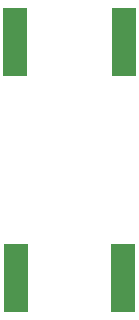
<source format=gbr>
%TF.GenerationSoftware,KiCad,Pcbnew,8.0.8*%
%TF.CreationDate,2025-04-22T20:57:00-07:00*%
%TF.ProjectId,logic,6c6f6769-632e-46b6-9963-61645f706362,rev?*%
%TF.SameCoordinates,Original*%
%TF.FileFunction,Paste,Top*%
%TF.FilePolarity,Positive*%
%FSLAX46Y46*%
G04 Gerber Fmt 4.6, Leading zero omitted, Abs format (unit mm)*
G04 Created by KiCad (PCBNEW 8.0.8) date 2025-04-22 20:57:00*
%MOMM*%
%LPD*%
G01*
G04 APERTURE LIST*
%ADD10R,2.000000X5.800000*%
G04 APERTURE END LIST*
D10*
%TO.C,U10*%
X217620001Y-79380000D03*
X217654500Y-99380000D03*
X226745500Y-99380000D03*
X226815497Y-79380000D03*
%TD*%
M02*

</source>
